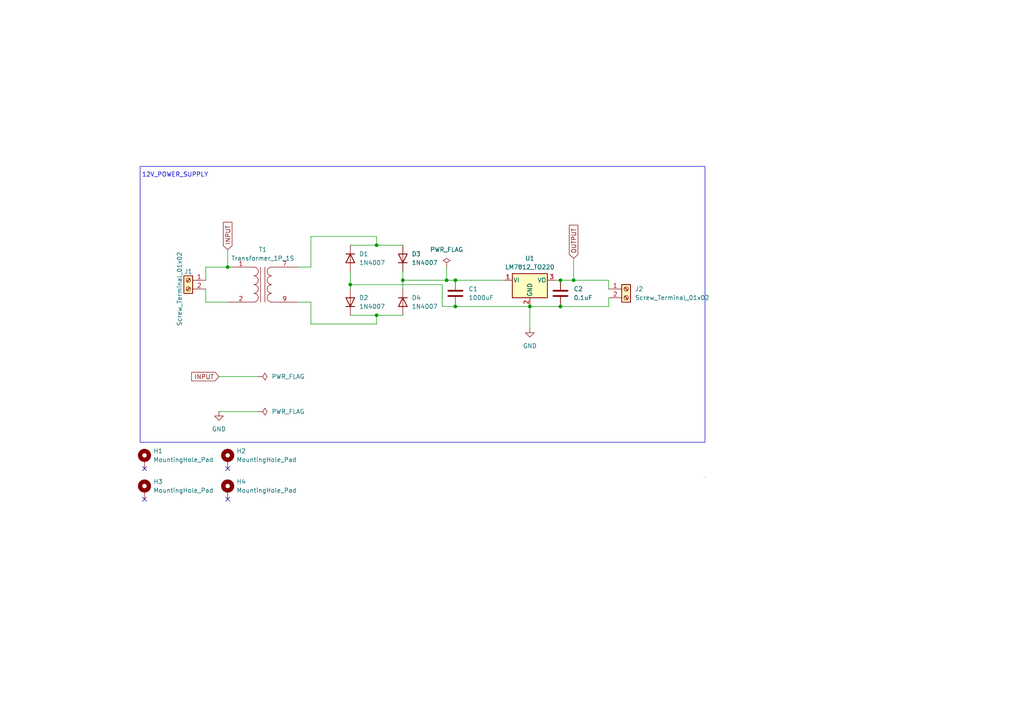
<source format=kicad_sch>
(kicad_sch
	(version 20231120)
	(generator "eeschema")
	(generator_version "8.0")
	(uuid "e1975b7f-c215-421f-b799-4a3248cbb3fb")
	(paper "A4")
	(title_block
		(title "Power_supply_12V")
		(date "06/08/2025")
	)
	(lib_symbols
		(symbol "Connector:Screw_Terminal_01x02"
			(pin_names
				(offset 1.016) hide)
			(exclude_from_sim no)
			(in_bom yes)
			(on_board yes)
			(property "Reference" "J"
				(at 0 2.54 0)
				(effects
					(font
						(size 1.27 1.27)
					)
				)
			)
			(property "Value" "Screw_Terminal_01x02"
				(at 0 -5.08 0)
				(effects
					(font
						(size 1.27 1.27)
					)
				)
			)
			(property "Footprint" ""
				(at 0 0 0)
				(effects
					(font
						(size 1.27 1.27)
					)
					(hide yes)
				)
			)
			(property "Datasheet" "~"
				(at 0 0 0)
				(effects
					(font
						(size 1.27 1.27)
					)
					(hide yes)
				)
			)
			(property "Description" "Generic screw terminal, single row, 01x02, script generated (kicad-library-utils/schlib/autogen/connector/)"
				(at 0 0 0)
				(effects
					(font
						(size 1.27 1.27)
					)
					(hide yes)
				)
			)
			(property "ki_keywords" "screw terminal"
				(at 0 0 0)
				(effects
					(font
						(size 1.27 1.27)
					)
					(hide yes)
				)
			)
			(property "ki_fp_filters" "TerminalBlock*:*"
				(at 0 0 0)
				(effects
					(font
						(size 1.27 1.27)
					)
					(hide yes)
				)
			)
			(symbol "Screw_Terminal_01x02_1_1"
				(rectangle
					(start -1.27 1.27)
					(end 1.27 -3.81)
					(stroke
						(width 0.254)
						(type default)
					)
					(fill
						(type background)
					)
				)
				(circle
					(center 0 -2.54)
					(radius 0.635)
					(stroke
						(width 0.1524)
						(type default)
					)
					(fill
						(type none)
					)
				)
				(polyline
					(pts
						(xy -0.5334 -2.2098) (xy 0.3302 -3.048)
					)
					(stroke
						(width 0.1524)
						(type default)
					)
					(fill
						(type none)
					)
				)
				(polyline
					(pts
						(xy -0.5334 0.3302) (xy 0.3302 -0.508)
					)
					(stroke
						(width 0.1524)
						(type default)
					)
					(fill
						(type none)
					)
				)
				(polyline
					(pts
						(xy -0.3556 -2.032) (xy 0.508 -2.8702)
					)
					(stroke
						(width 0.1524)
						(type default)
					)
					(fill
						(type none)
					)
				)
				(polyline
					(pts
						(xy -0.3556 0.508) (xy 0.508 -0.3302)
					)
					(stroke
						(width 0.1524)
						(type default)
					)
					(fill
						(type none)
					)
				)
				(circle
					(center 0 0)
					(radius 0.635)
					(stroke
						(width 0.1524)
						(type default)
					)
					(fill
						(type none)
					)
				)
				(pin passive line
					(at -5.08 0 0)
					(length 3.81)
					(name "Pin_1"
						(effects
							(font
								(size 1.27 1.27)
							)
						)
					)
					(number "1"
						(effects
							(font
								(size 1.27 1.27)
							)
						)
					)
				)
				(pin passive line
					(at -5.08 -2.54 0)
					(length 3.81)
					(name "Pin_2"
						(effects
							(font
								(size 1.27 1.27)
							)
						)
					)
					(number "2"
						(effects
							(font
								(size 1.27 1.27)
							)
						)
					)
				)
			)
		)
		(symbol "Device:C"
			(pin_numbers hide)
			(pin_names
				(offset 0.254)
			)
			(exclude_from_sim no)
			(in_bom yes)
			(on_board yes)
			(property "Reference" "C"
				(at 0.635 2.54 0)
				(effects
					(font
						(size 1.27 1.27)
					)
					(justify left)
				)
			)
			(property "Value" "C"
				(at 0.635 -2.54 0)
				(effects
					(font
						(size 1.27 1.27)
					)
					(justify left)
				)
			)
			(property "Footprint" ""
				(at 0.9652 -3.81 0)
				(effects
					(font
						(size 1.27 1.27)
					)
					(hide yes)
				)
			)
			(property "Datasheet" "~"
				(at 0 0 0)
				(effects
					(font
						(size 1.27 1.27)
					)
					(hide yes)
				)
			)
			(property "Description" "Unpolarized capacitor"
				(at 0 0 0)
				(effects
					(font
						(size 1.27 1.27)
					)
					(hide yes)
				)
			)
			(property "ki_keywords" "cap capacitor"
				(at 0 0 0)
				(effects
					(font
						(size 1.27 1.27)
					)
					(hide yes)
				)
			)
			(property "ki_fp_filters" "C_*"
				(at 0 0 0)
				(effects
					(font
						(size 1.27 1.27)
					)
					(hide yes)
				)
			)
			(symbol "C_0_1"
				(polyline
					(pts
						(xy -2.032 -0.762) (xy 2.032 -0.762)
					)
					(stroke
						(width 0.508)
						(type default)
					)
					(fill
						(type none)
					)
				)
				(polyline
					(pts
						(xy -2.032 0.762) (xy 2.032 0.762)
					)
					(stroke
						(width 0.508)
						(type default)
					)
					(fill
						(type none)
					)
				)
			)
			(symbol "C_1_1"
				(pin passive line
					(at 0 3.81 270)
					(length 2.794)
					(name "~"
						(effects
							(font
								(size 1.27 1.27)
							)
						)
					)
					(number "1"
						(effects
							(font
								(size 1.27 1.27)
							)
						)
					)
				)
				(pin passive line
					(at 0 -3.81 90)
					(length 2.794)
					(name "~"
						(effects
							(font
								(size 1.27 1.27)
							)
						)
					)
					(number "2"
						(effects
							(font
								(size 1.27 1.27)
							)
						)
					)
				)
			)
		)
		(symbol "Device:Transformer_1P_1S"
			(pin_names
				(offset 1.016) hide)
			(exclude_from_sim no)
			(in_bom yes)
			(on_board yes)
			(property "Reference" "T1"
				(at 0.0127 10.16 0)
				(effects
					(font
						(size 1.27 1.27)
					)
				)
			)
			(property "Value" "Transformer_1P_1S"
				(at 0.0127 7.62 0)
				(effects
					(font
						(size 1.27 1.27)
					)
				)
			)
			(property "Footprint" "Transformer_THT:Transformer_CHK_EI30-2VA_1xSec"
				(at 0 8.89 0)
				(effects
					(font
						(size 1.27 1.27)
					)
					(hide yes)
				)
			)
			(property "Datasheet" "~"
				(at 0 0 0)
				(effects
					(font
						(size 1.27 1.27)
					)
					(hide yes)
				)
			)
			(property "Description" "Transformer, single primary, single secondary"
				(at 0 -8.382 0)
				(effects
					(font
						(size 1.27 1.27)
					)
					(hide yes)
				)
			)
			(property "ki_keywords" "transformer coil magnet"
				(at 0 0 0)
				(effects
					(font
						(size 1.27 1.27)
					)
					(hide yes)
				)
			)
			(symbol "Transformer_1P_1S_0_1"
				(arc
					(start -2.54 -5.0546)
					(mid -1.6599 -4.6901)
					(end -1.27 -3.81)
					(stroke
						(width 0)
						(type default)
					)
					(fill
						(type none)
					)
				)
				(arc
					(start -2.54 -2.5146)
					(mid -1.6599 -2.1501)
					(end -1.27 -1.27)
					(stroke
						(width 0)
						(type default)
					)
					(fill
						(type none)
					)
				)
				(arc
					(start -2.54 0.0254)
					(mid -1.6599 0.3899)
					(end -1.27 1.27)
					(stroke
						(width 0)
						(type default)
					)
					(fill
						(type none)
					)
				)
				(arc
					(start -2.54 2.5654)
					(mid -1.6599 2.9299)
					(end -1.27 3.81)
					(stroke
						(width 0)
						(type default)
					)
					(fill
						(type none)
					)
				)
				(arc
					(start -1.27 -3.81)
					(mid -1.642 -2.912)
					(end -2.54 -2.54)
					(stroke
						(width 0)
						(type default)
					)
					(fill
						(type none)
					)
				)
				(arc
					(start -1.27 -1.27)
					(mid -1.642 -0.372)
					(end -2.54 0)
					(stroke
						(width 0)
						(type default)
					)
					(fill
						(type none)
					)
				)
				(arc
					(start -1.27 1.27)
					(mid -1.642 2.168)
					(end -2.54 2.54)
					(stroke
						(width 0)
						(type default)
					)
					(fill
						(type none)
					)
				)
				(arc
					(start -1.27 3.81)
					(mid -1.642 4.708)
					(end -2.54 5.08)
					(stroke
						(width 0)
						(type default)
					)
					(fill
						(type none)
					)
				)
				(polyline
					(pts
						(xy -0.635 5.08) (xy -0.635 -5.08)
					)
					(stroke
						(width 0)
						(type default)
					)
					(fill
						(type none)
					)
				)
				(polyline
					(pts
						(xy 0.635 -5.08) (xy 0.635 5.08)
					)
					(stroke
						(width 0)
						(type default)
					)
					(fill
						(type none)
					)
				)
				(arc
					(start 1.2954 -1.27)
					(mid 1.6599 -2.1501)
					(end 2.54 -2.5146)
					(stroke
						(width 0)
						(type default)
					)
					(fill
						(type none)
					)
				)
				(arc
					(start 1.2954 1.27)
					(mid 1.6599 0.3899)
					(end 2.54 0.0254)
					(stroke
						(width 0)
						(type default)
					)
					(fill
						(type none)
					)
				)
				(arc
					(start 1.2954 3.81)
					(mid 1.6599 2.9299)
					(end 2.54 2.5654)
					(stroke
						(width 0)
						(type default)
					)
					(fill
						(type none)
					)
				)
				(arc
					(start 1.3208 -3.81)
					(mid 1.6853 -4.6901)
					(end 2.5654 -5.0546)
					(stroke
						(width 0)
						(type default)
					)
					(fill
						(type none)
					)
				)
				(arc
					(start 2.54 0)
					(mid 1.642 -0.372)
					(end 1.2954 -1.27)
					(stroke
						(width 0)
						(type default)
					)
					(fill
						(type none)
					)
				)
				(arc
					(start 2.54 2.54)
					(mid 1.642 2.168)
					(end 1.2954 1.27)
					(stroke
						(width 0)
						(type default)
					)
					(fill
						(type none)
					)
				)
				(arc
					(start 2.54 5.08)
					(mid 1.642 4.708)
					(end 1.2954 3.81)
					(stroke
						(width 0)
						(type default)
					)
					(fill
						(type none)
					)
				)
				(arc
					(start 2.5654 -2.54)
					(mid 1.6674 -2.912)
					(end 1.3208 -3.81)
					(stroke
						(width 0)
						(type default)
					)
					(fill
						(type none)
					)
				)
			)
			(symbol "Transformer_1P_1S_1_1"
				(pin passive line
					(at -10.16 5.08 0)
					(length 7.62)
					(name "AA"
						(effects
							(font
								(size 1.27 1.27)
							)
						)
					)
					(number "1"
						(effects
							(font
								(size 1.27 1.27)
							)
						)
					)
				)
				(pin passive line
					(at -10.16 -5.08 0)
					(length 7.62)
					(name "AB"
						(effects
							(font
								(size 1.27 1.27)
							)
						)
					)
					(number "2"
						(effects
							(font
								(size 1.27 1.27)
							)
						)
					)
				)
				(pin passive line
					(at 10.16 5.08 180)
					(length 7.62)
					(name "SB"
						(effects
							(font
								(size 1.27 1.27)
							)
						)
					)
					(number "7"
						(effects
							(font
								(size 1.27 1.27)
							)
						)
					)
				)
				(pin passive line
					(at 10.16 -5.08 180)
					(length 7.62)
					(name "SA"
						(effects
							(font
								(size 1.27 1.27)
							)
						)
					)
					(number "9"
						(effects
							(font
								(size 1.27 1.27)
							)
						)
					)
				)
			)
		)
		(symbol "Diode:1N4007"
			(pin_numbers hide)
			(pin_names hide)
			(exclude_from_sim no)
			(in_bom yes)
			(on_board yes)
			(property "Reference" "D"
				(at 0 2.54 0)
				(effects
					(font
						(size 1.27 1.27)
					)
				)
			)
			(property "Value" "1N4007"
				(at 0 -2.54 0)
				(effects
					(font
						(size 1.27 1.27)
					)
				)
			)
			(property "Footprint" "Diode_THT:D_DO-41_SOD81_P10.16mm_Horizontal"
				(at 0 -4.445 0)
				(effects
					(font
						(size 1.27 1.27)
					)
					(hide yes)
				)
			)
			(property "Datasheet" "http://www.vishay.com/docs/88503/1n4001.pdf"
				(at 0 0 0)
				(effects
					(font
						(size 1.27 1.27)
					)
					(hide yes)
				)
			)
			(property "Description" "1000V 1A General Purpose Rectifier Diode, DO-41"
				(at 0 0 0)
				(effects
					(font
						(size 1.27 1.27)
					)
					(hide yes)
				)
			)
			(property "Sim.Device" "D"
				(at 0 0 0)
				(effects
					(font
						(size 1.27 1.27)
					)
					(hide yes)
				)
			)
			(property "Sim.Pins" "1=K 2=A"
				(at 0 0 0)
				(effects
					(font
						(size 1.27 1.27)
					)
					(hide yes)
				)
			)
			(property "ki_keywords" "diode"
				(at 0 0 0)
				(effects
					(font
						(size 1.27 1.27)
					)
					(hide yes)
				)
			)
			(property "ki_fp_filters" "D*DO?41*"
				(at 0 0 0)
				(effects
					(font
						(size 1.27 1.27)
					)
					(hide yes)
				)
			)
			(symbol "1N4007_0_1"
				(polyline
					(pts
						(xy -1.27 1.27) (xy -1.27 -1.27)
					)
					(stroke
						(width 0.254)
						(type default)
					)
					(fill
						(type none)
					)
				)
				(polyline
					(pts
						(xy 1.27 0) (xy -1.27 0)
					)
					(stroke
						(width 0)
						(type default)
					)
					(fill
						(type none)
					)
				)
				(polyline
					(pts
						(xy 1.27 1.27) (xy 1.27 -1.27) (xy -1.27 0) (xy 1.27 1.27)
					)
					(stroke
						(width 0.254)
						(type default)
					)
					(fill
						(type none)
					)
				)
			)
			(symbol "1N4007_1_1"
				(pin passive line
					(at -3.81 0 0)
					(length 2.54)
					(name "K"
						(effects
							(font
								(size 1.27 1.27)
							)
						)
					)
					(number "1"
						(effects
							(font
								(size 1.27 1.27)
							)
						)
					)
				)
				(pin passive line
					(at 3.81 0 180)
					(length 2.54)
					(name "A"
						(effects
							(font
								(size 1.27 1.27)
							)
						)
					)
					(number "2"
						(effects
							(font
								(size 1.27 1.27)
							)
						)
					)
				)
			)
		)
		(symbol "Mechanical:MountingHole_Pad"
			(pin_numbers hide)
			(pin_names
				(offset 1.016) hide)
			(exclude_from_sim yes)
			(in_bom no)
			(on_board yes)
			(property "Reference" "H"
				(at 0 6.35 0)
				(effects
					(font
						(size 1.27 1.27)
					)
				)
			)
			(property "Value" "MountingHole_Pad"
				(at 0 4.445 0)
				(effects
					(font
						(size 1.27 1.27)
					)
				)
			)
			(property "Footprint" ""
				(at 0 0 0)
				(effects
					(font
						(size 1.27 1.27)
					)
					(hide yes)
				)
			)
			(property "Datasheet" "~"
				(at 0 0 0)
				(effects
					(font
						(size 1.27 1.27)
					)
					(hide yes)
				)
			)
			(property "Description" "Mounting Hole with connection"
				(at 0 0 0)
				(effects
					(font
						(size 1.27 1.27)
					)
					(hide yes)
				)
			)
			(property "ki_keywords" "mounting hole"
				(at 0 0 0)
				(effects
					(font
						(size 1.27 1.27)
					)
					(hide yes)
				)
			)
			(property "ki_fp_filters" "MountingHole*Pad*"
				(at 0 0 0)
				(effects
					(font
						(size 1.27 1.27)
					)
					(hide yes)
				)
			)
			(symbol "MountingHole_Pad_0_1"
				(circle
					(center 0 1.27)
					(radius 1.27)
					(stroke
						(width 1.27)
						(type default)
					)
					(fill
						(type none)
					)
				)
			)
			(symbol "MountingHole_Pad_1_1"
				(pin input line
					(at 0 -2.54 90)
					(length 2.54)
					(name "1"
						(effects
							(font
								(size 1.27 1.27)
							)
						)
					)
					(number "1"
						(effects
							(font
								(size 1.27 1.27)
							)
						)
					)
				)
			)
		)
		(symbol "Regulator_Linear:LM7812_TO220"
			(pin_names
				(offset 0.254)
			)
			(exclude_from_sim no)
			(in_bom yes)
			(on_board yes)
			(property "Reference" "U"
				(at -3.81 3.175 0)
				(effects
					(font
						(size 1.27 1.27)
					)
				)
			)
			(property "Value" "LM7812_TO220"
				(at 0 3.175 0)
				(effects
					(font
						(size 1.27 1.27)
					)
					(justify left)
				)
			)
			(property "Footprint" "Package_TO_SOT_THT:TO-220-3_Vertical"
				(at 0 5.715 0)
				(effects
					(font
						(size 1.27 1.27)
						(italic yes)
					)
					(hide yes)
				)
			)
			(property "Datasheet" "https://www.onsemi.cn/PowerSolutions/document/MC7800-D.PDF"
				(at 0 -1.27 0)
				(effects
					(font
						(size 1.27 1.27)
					)
					(hide yes)
				)
			)
			(property "Description" "Positive 1A 35V Linear Regulator, Fixed Output 12V, TO-220"
				(at 0 0 0)
				(effects
					(font
						(size 1.27 1.27)
					)
					(hide yes)
				)
			)
			(property "ki_keywords" "Voltage Regulator 1A Positive"
				(at 0 0 0)
				(effects
					(font
						(size 1.27 1.27)
					)
					(hide yes)
				)
			)
			(property "ki_fp_filters" "TO?220*"
				(at 0 0 0)
				(effects
					(font
						(size 1.27 1.27)
					)
					(hide yes)
				)
			)
			(symbol "LM7812_TO220_0_1"
				(rectangle
					(start -5.08 1.905)
					(end 5.08 -5.08)
					(stroke
						(width 0.254)
						(type default)
					)
					(fill
						(type background)
					)
				)
			)
			(symbol "LM7812_TO220_1_1"
				(pin power_in line
					(at -7.62 0 0)
					(length 2.54)
					(name "VI"
						(effects
							(font
								(size 1.27 1.27)
							)
						)
					)
					(number "1"
						(effects
							(font
								(size 1.27 1.27)
							)
						)
					)
				)
				(pin power_in line
					(at 0 -7.62 90)
					(length 2.54)
					(name "GND"
						(effects
							(font
								(size 1.27 1.27)
							)
						)
					)
					(number "2"
						(effects
							(font
								(size 1.27 1.27)
							)
						)
					)
				)
				(pin power_out line
					(at 7.62 0 180)
					(length 2.54)
					(name "VO"
						(effects
							(font
								(size 1.27 1.27)
							)
						)
					)
					(number "3"
						(effects
							(font
								(size 1.27 1.27)
							)
						)
					)
				)
			)
		)
		(symbol "power:GND"
			(power)
			(pin_numbers hide)
			(pin_names
				(offset 0) hide)
			(exclude_from_sim no)
			(in_bom yes)
			(on_board yes)
			(property "Reference" "#PWR"
				(at 0 -6.35 0)
				(effects
					(font
						(size 1.27 1.27)
					)
					(hide yes)
				)
			)
			(property "Value" "GND"
				(at 0 -3.81 0)
				(effects
					(font
						(size 1.27 1.27)
					)
				)
			)
			(property "Footprint" ""
				(at 0 0 0)
				(effects
					(font
						(size 1.27 1.27)
					)
					(hide yes)
				)
			)
			(property "Datasheet" ""
				(at 0 0 0)
				(effects
					(font
						(size 1.27 1.27)
					)
					(hide yes)
				)
			)
			(property "Description" "Power symbol creates a global label with name \"GND\" , ground"
				(at 0 0 0)
				(effects
					(font
						(size 1.27 1.27)
					)
					(hide yes)
				)
			)
			(property "ki_keywords" "global power"
				(at 0 0 0)
				(effects
					(font
						(size 1.27 1.27)
					)
					(hide yes)
				)
			)
			(symbol "GND_0_1"
				(polyline
					(pts
						(xy 0 0) (xy 0 -1.27) (xy 1.27 -1.27) (xy 0 -2.54) (xy -1.27 -1.27) (xy 0 -1.27)
					)
					(stroke
						(width 0)
						(type default)
					)
					(fill
						(type none)
					)
				)
			)
			(symbol "GND_1_1"
				(pin power_in line
					(at 0 0 270)
					(length 0)
					(name "~"
						(effects
							(font
								(size 1.27 1.27)
							)
						)
					)
					(number "1"
						(effects
							(font
								(size 1.27 1.27)
							)
						)
					)
				)
			)
		)
		(symbol "power:PWR_FLAG"
			(power)
			(pin_numbers hide)
			(pin_names
				(offset 0) hide)
			(exclude_from_sim no)
			(in_bom yes)
			(on_board yes)
			(property "Reference" "#FLG"
				(at 0 1.905 0)
				(effects
					(font
						(size 1.27 1.27)
					)
					(hide yes)
				)
			)
			(property "Value" "PWR_FLAG"
				(at 0 3.81 0)
				(effects
					(font
						(size 1.27 1.27)
					)
				)
			)
			(property "Footprint" ""
				(at 0 0 0)
				(effects
					(font
						(size 1.27 1.27)
					)
					(hide yes)
				)
			)
			(property "Datasheet" "~"
				(at 0 0 0)
				(effects
					(font
						(size 1.27 1.27)
					)
					(hide yes)
				)
			)
			(property "Description" "Special symbol for telling ERC where power comes from"
				(at 0 0 0)
				(effects
					(font
						(size 1.27 1.27)
					)
					(hide yes)
				)
			)
			(property "ki_keywords" "flag power"
				(at 0 0 0)
				(effects
					(font
						(size 1.27 1.27)
					)
					(hide yes)
				)
			)
			(symbol "PWR_FLAG_0_0"
				(pin power_out line
					(at 0 0 90)
					(length 0)
					(name "~"
						(effects
							(font
								(size 1.27 1.27)
							)
						)
					)
					(number "1"
						(effects
							(font
								(size 1.27 1.27)
							)
						)
					)
				)
			)
			(symbol "PWR_FLAG_0_1"
				(polyline
					(pts
						(xy 0 0) (xy 0 1.27) (xy -1.016 1.905) (xy 0 2.54) (xy 1.016 1.905) (xy 0 1.27)
					)
					(stroke
						(width 0)
						(type default)
					)
					(fill
						(type none)
					)
				)
			)
		)
	)
	(junction
		(at 162.56 88.9)
		(diameter 0)
		(color 0 0 0 0)
		(uuid "0c0aee0f-e465-427c-8a9f-c5c6f84a118d")
	)
	(junction
		(at 116.84 81.28)
		(diameter 0)
		(color 0 0 0 0)
		(uuid "3d37d906-5f44-4454-8516-e4a174f8e963")
	)
	(junction
		(at 162.56 81.28)
		(diameter 0)
		(color 0 0 0 0)
		(uuid "5903913d-844f-41f9-8cfb-320758d27581")
	)
	(junction
		(at 66.04 77.47)
		(diameter 0)
		(color 0 0 0 0)
		(uuid "62607184-3058-43f0-8878-827dcdcbd90b")
	)
	(junction
		(at 109.22 91.44)
		(diameter 0)
		(color 0 0 0 0)
		(uuid "6dafa636-d42b-4f91-86c2-f588737789a5")
	)
	(junction
		(at 132.08 88.9)
		(diameter 0)
		(color 0 0 0 0)
		(uuid "9db1b031-4047-46ca-8e84-5d51b45d55e2")
	)
	(junction
		(at 129.54 81.28)
		(diameter 0)
		(color 0 0 0 0)
		(uuid "ab6074de-bc6d-4247-93d1-e1cb943d58b3")
	)
	(junction
		(at 132.08 81.28)
		(diameter 0)
		(color 0 0 0 0)
		(uuid "adb485dd-cb3a-454e-a47c-6b1b81d328e9")
	)
	(junction
		(at 166.37 81.28)
		(diameter 0)
		(color 0 0 0 0)
		(uuid "b7d1ea11-df49-476c-99a6-60ce662de01f")
	)
	(junction
		(at 109.22 71.12)
		(diameter 0)
		(color 0 0 0 0)
		(uuid "c4b3829e-395c-49e3-97ed-c569a891b995")
	)
	(junction
		(at 153.67 88.9)
		(diameter 0)
		(color 0 0 0 0)
		(uuid "cf5baa96-baf1-4946-949a-e610e713c82f")
	)
	(junction
		(at 101.6 82.55)
		(diameter 0)
		(color 0 0 0 0)
		(uuid "e0a6ecbd-c1f5-41bf-96b5-42e59891a1dd")
	)
	(no_connect
		(at 41.91 135.89)
		(uuid "48f30ae7-2c18-40d8-9296-646a82b0b0f3")
	)
	(no_connect
		(at 66.04 135.89)
		(uuid "7d5f3edb-8d25-425e-8a63-460bd50c82ce")
	)
	(no_connect
		(at 41.91 144.78)
		(uuid "9a52226c-e85d-4f7e-8d39-865361d89102")
	)
	(no_connect
		(at 66.04 144.78)
		(uuid "f4ba8e4b-d477-4de9-9268-f9203a08671d")
	)
	(wire
		(pts
			(xy 101.6 78.74) (xy 101.6 82.55)
		)
		(stroke
			(width 0)
			(type default)
		)
		(uuid "036404f6-416f-4d4c-9eb0-5fc28d1815bf")
	)
	(wire
		(pts
			(xy 162.56 81.28) (xy 166.37 81.28)
		)
		(stroke
			(width 0)
			(type default)
		)
		(uuid "097d6d52-09c6-40b1-a2e5-af04e8148726")
	)
	(wire
		(pts
			(xy 153.67 88.9) (xy 153.67 95.25)
		)
		(stroke
			(width 0)
			(type default)
		)
		(uuid "0efc5409-be84-4b8f-bf5b-1ed2f19d0509")
	)
	(wire
		(pts
			(xy 63.5 109.22) (xy 74.93 109.22)
		)
		(stroke
			(width 0)
			(type default)
		)
		(uuid "123ee610-37ef-405f-9a3c-28826da30b73")
	)
	(wire
		(pts
			(xy 116.84 81.28) (xy 116.84 83.82)
		)
		(stroke
			(width 0)
			(type default)
		)
		(uuid "14709eea-cfd7-4da8-b3bd-c5b8d5784838")
	)
	(wire
		(pts
			(xy 153.67 88.9) (xy 162.56 88.9)
		)
		(stroke
			(width 0)
			(type default)
		)
		(uuid "16f80f8a-0511-4106-aee1-cea2bb14a46d")
	)
	(wire
		(pts
			(xy 101.6 82.55) (xy 101.6 83.82)
		)
		(stroke
			(width 0)
			(type default)
		)
		(uuid "20030ab7-8519-45ec-bc38-7705ff7bcf71")
	)
	(wire
		(pts
			(xy 109.22 71.12) (xy 116.84 71.12)
		)
		(stroke
			(width 0)
			(type default)
		)
		(uuid "28b9163f-da8a-4c04-8796-f29beca36cfa")
	)
	(wire
		(pts
			(xy 90.17 77.47) (xy 90.17 68.58)
		)
		(stroke
			(width 0)
			(type default)
		)
		(uuid "29c0082b-232d-4072-a788-b278a551737a")
	)
	(wire
		(pts
			(xy 86.36 87.63) (xy 90.17 87.63)
		)
		(stroke
			(width 0)
			(type default)
		)
		(uuid "2a65e435-0bda-4bc1-80d8-c647c6bf6de1")
	)
	(wire
		(pts
			(xy 166.37 74.93) (xy 166.37 81.28)
		)
		(stroke
			(width 0)
			(type default)
		)
		(uuid "2b832511-ec22-4dfe-af7f-3f1982f23580")
	)
	(wire
		(pts
			(xy 66.04 77.47) (xy 59.69 77.47)
		)
		(stroke
			(width 0)
			(type default)
		)
		(uuid "3868d409-0414-4aa1-a1ab-d52816f3100a")
	)
	(wire
		(pts
			(xy 109.22 93.98) (xy 109.22 91.44)
		)
		(stroke
			(width 0)
			(type default)
		)
		(uuid "3ef09b66-ef65-405a-9651-665dc75804ae")
	)
	(wire
		(pts
			(xy 90.17 68.58) (xy 109.22 68.58)
		)
		(stroke
			(width 0)
			(type default)
		)
		(uuid "49166776-f133-4c39-8f8d-59378f7057f1")
	)
	(wire
		(pts
			(xy 59.69 77.47) (xy 59.69 81.28)
		)
		(stroke
			(width 0)
			(type default)
		)
		(uuid "53b3e3a9-d065-4364-8418-58bae6772968")
	)
	(wire
		(pts
			(xy 109.22 91.44) (xy 116.84 91.44)
		)
		(stroke
			(width 0)
			(type default)
		)
		(uuid "5612f122-071d-4d3c-86fe-aa869e1b378f")
	)
	(wire
		(pts
			(xy 116.84 78.74) (xy 116.84 81.28)
		)
		(stroke
			(width 0)
			(type default)
		)
		(uuid "5a4edb8f-56b0-46a5-864b-a6c5f54562e5")
	)
	(wire
		(pts
			(xy 63.5 119.38) (xy 74.93 119.38)
		)
		(stroke
			(width 0)
			(type default)
		)
		(uuid "5ee6e1b4-bbb2-4e1d-bfb4-d7d3eaa4ea87")
	)
	(wire
		(pts
			(xy 59.69 87.63) (xy 66.04 87.63)
		)
		(stroke
			(width 0)
			(type default)
		)
		(uuid "5f8cb9be-7f7c-491e-b8a2-4ab5c7cdb9cf")
	)
	(wire
		(pts
			(xy 101.6 82.55) (xy 128.27 82.55)
		)
		(stroke
			(width 0)
			(type default)
		)
		(uuid "63a68831-d0ad-4ba5-99d6-4353fcded522")
	)
	(wire
		(pts
			(xy 101.6 91.44) (xy 109.22 91.44)
		)
		(stroke
			(width 0)
			(type default)
		)
		(uuid "712d26b8-33f6-4322-8dbc-c4b29e934708")
	)
	(wire
		(pts
			(xy 132.08 88.9) (xy 153.67 88.9)
		)
		(stroke
			(width 0)
			(type default)
		)
		(uuid "714c1406-e70b-45f6-9628-3dcfab945d6b")
	)
	(wire
		(pts
			(xy 176.53 81.28) (xy 166.37 81.28)
		)
		(stroke
			(width 0)
			(type default)
		)
		(uuid "779ed65e-bd5d-4105-b74b-9f073a1527ba")
	)
	(wire
		(pts
			(xy 129.54 77.47) (xy 129.54 81.28)
		)
		(stroke
			(width 0)
			(type default)
		)
		(uuid "797d2d91-eeec-407f-b659-bbf8b0bf25e2")
	)
	(wire
		(pts
			(xy 90.17 87.63) (xy 90.17 93.98)
		)
		(stroke
			(width 0)
			(type default)
		)
		(uuid "7eaf3417-b884-4b29-a38f-b45c9335a218")
	)
	(wire
		(pts
			(xy 129.54 81.28) (xy 132.08 81.28)
		)
		(stroke
			(width 0)
			(type default)
		)
		(uuid "873371a4-89fa-4266-b795-2e0a952dac5b")
	)
	(wire
		(pts
			(xy 59.69 83.82) (xy 59.69 87.63)
		)
		(stroke
			(width 0)
			(type default)
		)
		(uuid "884033c1-d929-42c5-9dac-7888b829dac9")
	)
	(wire
		(pts
			(xy 66.04 72.39) (xy 66.04 77.47)
		)
		(stroke
			(width 0)
			(type default)
		)
		(uuid "8d46f897-076a-4c8d-85df-8382ffd2e570")
	)
	(wire
		(pts
			(xy 116.84 81.28) (xy 129.54 81.28)
		)
		(stroke
			(width 0)
			(type default)
		)
		(uuid "9b7204c6-8674-4791-9dbf-fa0b28299899")
	)
	(wire
		(pts
			(xy 161.29 81.28) (xy 162.56 81.28)
		)
		(stroke
			(width 0)
			(type default)
		)
		(uuid "9d610724-6c50-419b-9450-5c683e104ebe")
	)
	(wire
		(pts
			(xy 132.08 81.28) (xy 146.05 81.28)
		)
		(stroke
			(width 0)
			(type default)
		)
		(uuid "be30341e-0801-42a5-8678-1d0305cfab62")
	)
	(wire
		(pts
			(xy 176.53 86.36) (xy 176.53 88.9)
		)
		(stroke
			(width 0)
			(type default)
		)
		(uuid "ccb56aa8-0abd-4a11-bdb0-6b93ef594888")
	)
	(wire
		(pts
			(xy 90.17 93.98) (xy 109.22 93.98)
		)
		(stroke
			(width 0)
			(type default)
		)
		(uuid "d7ffeeef-881a-460f-a12c-cf34e48cbeb7")
	)
	(wire
		(pts
			(xy 176.53 83.82) (xy 176.53 81.28)
		)
		(stroke
			(width 0)
			(type default)
		)
		(uuid "dc3655ee-811b-4f93-b9a0-eb4f075003a5")
	)
	(wire
		(pts
			(xy 101.6 71.12) (xy 109.22 71.12)
		)
		(stroke
			(width 0)
			(type default)
		)
		(uuid "e097b6f9-a4f9-4ad4-8b07-dd98c5e6e446")
	)
	(wire
		(pts
			(xy 162.56 88.9) (xy 176.53 88.9)
		)
		(stroke
			(width 0)
			(type default)
		)
		(uuid "e19102eb-e073-4849-9545-fdb658901b49")
	)
	(wire
		(pts
			(xy 128.27 82.55) (xy 128.27 88.9)
		)
		(stroke
			(width 0)
			(type default)
		)
		(uuid "e8e0e3f6-5047-4dfa-96c6-021207ac368b")
	)
	(wire
		(pts
			(xy 109.22 68.58) (xy 109.22 71.12)
		)
		(stroke
			(width 0)
			(type default)
		)
		(uuid "f07c9267-2864-482d-b3ac-3cfb6344fa9d")
	)
	(wire
		(pts
			(xy 86.36 77.47) (xy 90.17 77.47)
		)
		(stroke
			(width 0)
			(type default)
		)
		(uuid "f48e84e5-e5db-4d36-b593-60dc3c5358cc")
	)
	(wire
		(pts
			(xy 128.27 88.9) (xy 132.08 88.9)
		)
		(stroke
			(width 0)
			(type default)
		)
		(uuid "f5386939-c29f-494c-a609-af755e2c7263")
	)
	(rectangle
		(start 204.47 138.43)
		(end 204.47 138.43)
		(stroke
			(width 0)
			(type default)
		)
		(fill
			(type none)
		)
		(uuid 4854fba8-9b89-4c2a-9747-c390696b161c)
	)
	(rectangle
		(start 40.64 48.26)
		(end 204.47 128.27)
		(stroke
			(width 0)
			(type default)
		)
		(fill
			(type none)
		)
		(uuid 6c987ed9-ce2b-463b-892a-9cb58264363f)
	)
	(text "12V_POWER_SUPPLY"
		(exclude_from_sim no)
		(at 50.8 50.8 0)
		(effects
			(font
				(size 1.27 1.27)
			)
		)
		(uuid "d7a07d9b-faff-4763-8903-ddf303e62f29")
	)
	(global_label "INPUT"
		(shape input)
		(at 63.5 109.22 180)
		(fields_autoplaced yes)
		(effects
			(font
				(size 1.27 1.27)
			)
			(justify right)
		)
		(uuid "3809184e-e2e0-4a0a-8980-f646afb08ba4")
		(property "Intersheetrefs" "${INTERSHEET_REFS}"
			(at 55.0114 109.22 0)
			(effects
				(font
					(size 1.27 1.27)
				)
				(justify right)
				(hide yes)
			)
		)
	)
	(global_label "OUTPUT"
		(shape input)
		(at 166.37 74.93 90)
		(fields_autoplaced yes)
		(effects
			(font
				(size 1.27 1.27)
			)
			(justify left)
		)
		(uuid "8ef2988f-b98d-45f3-a5ce-d2fd729c53b1")
		(property "Intersheetrefs" "${INTERSHEET_REFS}"
			(at 166.37 64.7481 90)
			(effects
				(font
					(size 1.27 1.27)
				)
				(justify left)
				(hide yes)
			)
		)
	)
	(global_label "INPUT"
		(shape input)
		(at 66.04 72.39 90)
		(fields_autoplaced yes)
		(effects
			(font
				(size 1.27 1.27)
			)
			(justify left)
		)
		(uuid "c6087d7c-8d94-4dda-b150-acdaec0e8161")
		(property "Intersheetrefs" "${INTERSHEET_REFS}"
			(at 66.04 63.9014 90)
			(effects
				(font
					(size 1.27 1.27)
				)
				(justify left)
				(hide yes)
			)
		)
	)
	(symbol
		(lib_id "Device:Transformer_1P_1S")
		(at 76.2 82.55 0)
		(unit 1)
		(exclude_from_sim no)
		(in_bom yes)
		(on_board yes)
		(dnp no)
		(fields_autoplaced yes)
		(uuid "0da8da5c-d148-4f99-b860-ff7835977230")
		(property "Reference" "T1"
			(at 76.2127 72.39 0)
			(effects
				(font
					(size 1.27 1.27)
				)
			)
		)
		(property "Value" "Transformer_1P_1S"
			(at 76.2127 74.93 0)
			(effects
				(font
					(size 1.27 1.27)
				)
			)
		)
		(property "Footprint" "Transformer_THT:Transformer_CHK_EI30-2VA_1xSec"
			(at 76.2 73.66 0)
			(effects
				(font
					(size 1.27 1.27)
				)
				(hide yes)
			)
		)
		(property "Datasheet" "~"
			(at 76.2 82.55 0)
			(effects
				(font
					(size 1.27 1.27)
				)
				(hide yes)
			)
		)
		(property "Description" "Transformer, single primary, single secondary"
			(at 76.2 90.932 0)
			(effects
				(font
					(size 1.27 1.27)
				)
				(hide yes)
			)
		)
		(pin "1"
			(uuid "45f9bcd0-3db7-499f-aebf-0eb1b034a2fc")
		)
		(pin "2"
			(uuid "fa853064-0bc6-4923-82e2-8429374aa531")
		)
		(pin "9"
			(uuid "ae634564-ea6f-4c16-9f21-fad20e92d632")
		)
		(pin "7"
			(uuid "be9ab9b5-d827-41aa-bc12-d8188a71152c")
		)
		(instances
			(project ""
				(path "/e1975b7f-c215-421f-b799-4a3248cbb3fb"
					(reference "T1")
					(unit 1)
				)
			)
		)
	)
	(symbol
		(lib_id "Diode:1N4007")
		(at 116.84 87.63 270)
		(unit 1)
		(exclude_from_sim no)
		(in_bom yes)
		(on_board yes)
		(dnp no)
		(fields_autoplaced yes)
		(uuid "17842301-4c69-4e0c-ba34-428fb3bc7c21")
		(property "Reference" "D4"
			(at 119.38 86.3599 90)
			(effects
				(font
					(size 1.27 1.27)
				)
				(justify left)
			)
		)
		(property "Value" "1N4007"
			(at 119.38 88.8999 90)
			(effects
				(font
					(size 1.27 1.27)
				)
				(justify left)
			)
		)
		(property "Footprint" "Diode_THT:D_DO-41_SOD81_P10.16mm_Horizontal"
			(at 112.395 87.63 0)
			(effects
				(font
					(size 1.27 1.27)
				)
				(hide yes)
			)
		)
		(property "Datasheet" "http://www.vishay.com/docs/88503/1n4001.pdf"
			(at 116.84 87.63 0)
			(effects
				(font
					(size 1.27 1.27)
				)
				(hide yes)
			)
		)
		(property "Description" "1000V 1A General Purpose Rectifier Diode, DO-41"
			(at 116.84 87.63 0)
			(effects
				(font
					(size 1.27 1.27)
				)
				(hide yes)
			)
		)
		(property "Sim.Device" "D"
			(at 116.84 87.63 0)
			(effects
				(font
					(size 1.27 1.27)
				)
				(hide yes)
			)
		)
		(property "Sim.Pins" "1=K 2=A"
			(at 116.84 87.63 0)
			(effects
				(font
					(size 1.27 1.27)
				)
				(hide yes)
			)
		)
		(pin "2"
			(uuid "e18a3084-7eff-4f20-999a-e396a7dd1d34")
		)
		(pin "1"
			(uuid "1aaa1cce-839c-4dc8-a224-b6cf8bb39cdf")
		)
		(instances
			(project "Power_Supply"
				(path "/e1975b7f-c215-421f-b799-4a3248cbb3fb"
					(reference "D4")
					(unit 1)
				)
			)
		)
	)
	(symbol
		(lib_id "Device:C")
		(at 162.56 85.09 0)
		(unit 1)
		(exclude_from_sim no)
		(in_bom yes)
		(on_board yes)
		(dnp no)
		(fields_autoplaced yes)
		(uuid "1e8bdf4d-1278-49f5-8825-15c59d0a73e8")
		(property "Reference" "C2"
			(at 166.37 83.8199 0)
			(effects
				(font
					(size 1.27 1.27)
				)
				(justify left)
			)
		)
		(property "Value" "0.1uF"
			(at 166.37 86.3599 0)
			(effects
				(font
					(size 1.27 1.27)
				)
				(justify left)
			)
		)
		(property "Footprint" "Capacitor_SMD:C_1206_3216Metric"
			(at 163.5252 88.9 0)
			(effects
				(font
					(size 1.27 1.27)
				)
				(hide yes)
			)
		)
		(property "Datasheet" "~"
			(at 162.56 85.09 0)
			(effects
				(font
					(size 1.27 1.27)
				)
				(hide yes)
			)
		)
		(property "Description" "Unpolarized capacitor"
			(at 162.56 85.09 0)
			(effects
				(font
					(size 1.27 1.27)
				)
				(hide yes)
			)
		)
		(pin "1"
			(uuid "3ffc63ce-44eb-4e34-ab46-a227c6c4b87e")
		)
		(pin "2"
			(uuid "e7850200-0a54-493d-84c7-0c4d628f760a")
		)
		(instances
			(project ""
				(path "/e1975b7f-c215-421f-b799-4a3248cbb3fb"
					(reference "C2")
					(unit 1)
				)
			)
		)
	)
	(symbol
		(lib_id "Regulator_Linear:LM7812_TO220")
		(at 153.67 81.28 0)
		(unit 1)
		(exclude_from_sim no)
		(in_bom yes)
		(on_board yes)
		(dnp no)
		(fields_autoplaced yes)
		(uuid "2e6c4cae-72b2-49b1-b1ba-073964622901")
		(property "Reference" "U1"
			(at 153.67 74.93 0)
			(effects
				(font
					(size 1.27 1.27)
				)
			)
		)
		(property "Value" "LM7812_TO220"
			(at 153.67 77.47 0)
			(effects
				(font
					(size 1.27 1.27)
				)
			)
		)
		(property "Footprint" "Package_TO_SOT_THT:TO-220-3_Vertical"
			(at 153.67 75.565 0)
			(effects
				(font
					(size 1.27 1.27)
					(italic yes)
				)
				(hide yes)
			)
		)
		(property "Datasheet" "https://www.onsemi.cn/PowerSolutions/document/MC7800-D.PDF"
			(at 153.67 82.55 0)
			(effects
				(font
					(size 1.27 1.27)
				)
				(hide yes)
			)
		)
		(property "Description" "Positive 1A 35V Linear Regulator, Fixed Output 12V, TO-220"
			(at 153.67 81.28 0)
			(effects
				(font
					(size 1.27 1.27)
				)
				(hide yes)
			)
		)
		(pin "1"
			(uuid "6fb377e5-bc53-4f2c-b970-5506ad081002")
		)
		(pin "2"
			(uuid "10a59fb5-cd26-4113-a3e6-fa10517b08df")
		)
		(pin "3"
			(uuid "cef7f12b-1617-4cca-b4ff-07ef67625ba3")
		)
		(instances
			(project ""
				(path "/e1975b7f-c215-421f-b799-4a3248cbb3fb"
					(reference "U1")
					(unit 1)
				)
			)
		)
	)
	(symbol
		(lib_id "Device:C")
		(at 132.08 85.09 0)
		(unit 1)
		(exclude_from_sim no)
		(in_bom yes)
		(on_board yes)
		(dnp no)
		(fields_autoplaced yes)
		(uuid "304b075f-e3de-4445-8a2e-03d5fda9d0b0")
		(property "Reference" "C1"
			(at 135.89 83.8199 0)
			(effects
				(font
					(size 1.27 1.27)
				)
				(justify left)
			)
		)
		(property "Value" "1000uF"
			(at 135.89 86.3599 0)
			(effects
				(font
					(size 1.27 1.27)
				)
				(justify left)
			)
		)
		(property "Footprint" "Capacitor_SMD:C_1210_3225Metric"
			(at 133.0452 88.9 0)
			(effects
				(font
					(size 1.27 1.27)
				)
				(hide yes)
			)
		)
		(property "Datasheet" "~"
			(at 132.08 85.09 0)
			(effects
				(font
					(size 1.27 1.27)
				)
				(hide yes)
			)
		)
		(property "Description" "Unpolarized capacitor"
			(at 132.08 85.09 0)
			(effects
				(font
					(size 1.27 1.27)
				)
				(hide yes)
			)
		)
		(pin "2"
			(uuid "af51e765-421a-474a-bcdc-2bb638e2c82a")
		)
		(pin "1"
			(uuid "8c50d806-53a8-4670-8406-162a9d2e2458")
		)
		(instances
			(project ""
				(path "/e1975b7f-c215-421f-b799-4a3248cbb3fb"
					(reference "C1")
					(unit 1)
				)
			)
		)
	)
	(symbol
		(lib_id "Diode:1N4007")
		(at 101.6 74.93 270)
		(unit 1)
		(exclude_from_sim no)
		(in_bom yes)
		(on_board yes)
		(dnp no)
		(fields_autoplaced yes)
		(uuid "350aa55e-9957-4fc5-9fd6-c0bca3335f2d")
		(property "Reference" "D1"
			(at 104.14 73.6599 90)
			(effects
				(font
					(size 1.27 1.27)
				)
				(justify left)
			)
		)
		(property "Value" "1N4007"
			(at 104.14 76.1999 90)
			(effects
				(font
					(size 1.27 1.27)
				)
				(justify left)
			)
		)
		(property "Footprint" "Diode_THT:D_DO-41_SOD81_P10.16mm_Horizontal"
			(at 97.155 74.93 0)
			(effects
				(font
					(size 1.27 1.27)
				)
				(hide yes)
			)
		)
		(property "Datasheet" "http://www.vishay.com/docs/88503/1n4001.pdf"
			(at 101.6 74.93 0)
			(effects
				(font
					(size 1.27 1.27)
				)
				(hide yes)
			)
		)
		(property "Description" "1000V 1A General Purpose Rectifier Diode, DO-41"
			(at 101.6 74.93 0)
			(effects
				(font
					(size 1.27 1.27)
				)
				(hide yes)
			)
		)
		(property "Sim.Device" "D"
			(at 101.6 74.93 0)
			(effects
				(font
					(size 1.27 1.27)
				)
				(hide yes)
			)
		)
		(property "Sim.Pins" "1=K 2=A"
			(at 101.6 74.93 0)
			(effects
				(font
					(size 1.27 1.27)
				)
				(hide yes)
			)
		)
		(pin "2"
			(uuid "725a4e68-e9a3-485c-a251-c9d19d521fe5")
		)
		(pin "1"
			(uuid "5fc06b18-f9eb-42af-bb51-71017fdee4d7")
		)
		(instances
			(project ""
				(path "/e1975b7f-c215-421f-b799-4a3248cbb3fb"
					(reference "D1")
					(unit 1)
				)
			)
		)
	)
	(symbol
		(lib_id "Mechanical:MountingHole_Pad")
		(at 41.91 133.35 0)
		(unit 1)
		(exclude_from_sim yes)
		(in_bom no)
		(on_board yes)
		(dnp no)
		(fields_autoplaced yes)
		(uuid "4d29eb48-dcdf-484d-a8b6-f7de20edbd61")
		(property "Reference" "H1"
			(at 44.45 130.8099 0)
			(effects
				(font
					(size 1.27 1.27)
				)
				(justify left)
			)
		)
		(property "Value" "MountingHole_Pad"
			(at 44.45 133.3499 0)
			(effects
				(font
					(size 1.27 1.27)
				)
				(justify left)
			)
		)
		(property "Footprint" "MountingHole:MountingHole_2.2mm_M2_Pad_Via"
			(at 41.91 133.35 0)
			(effects
				(font
					(size 1.27 1.27)
				)
				(hide yes)
			)
		)
		(property "Datasheet" "~"
			(at 41.91 133.35 0)
			(effects
				(font
					(size 1.27 1.27)
				)
				(hide yes)
			)
		)
		(property "Description" "Mounting Hole with connection"
			(at 41.91 133.35 0)
			(effects
				(font
					(size 1.27 1.27)
				)
				(hide yes)
			)
		)
		(pin "1"
			(uuid "29f46364-a78e-4640-9698-90f1c2169bfe")
		)
		(instances
			(project ""
				(path "/e1975b7f-c215-421f-b799-4a3248cbb3fb"
					(reference "H1")
					(unit 1)
				)
			)
		)
	)
	(symbol
		(lib_id "Mechanical:MountingHole_Pad")
		(at 66.04 142.24 0)
		(unit 1)
		(exclude_from_sim yes)
		(in_bom no)
		(on_board yes)
		(dnp no)
		(fields_autoplaced yes)
		(uuid "64e51efd-1e5c-4245-bf01-c8a0b027a883")
		(property "Reference" "H4"
			(at 68.58 139.6999 0)
			(effects
				(font
					(size 1.27 1.27)
				)
				(justify left)
			)
		)
		(property "Value" "MountingHole_Pad"
			(at 68.58 142.2399 0)
			(effects
				(font
					(size 1.27 1.27)
				)
				(justify left)
			)
		)
		(property "Footprint" "MountingHole:MountingHole_2.2mm_M2_Pad_Via"
			(at 66.04 142.24 0)
			(effects
				(font
					(size 1.27 1.27)
				)
				(hide yes)
			)
		)
		(property "Datasheet" "~"
			(at 66.04 142.24 0)
			(effects
				(font
					(size 1.27 1.27)
				)
				(hide yes)
			)
		)
		(property "Description" "Mounting Hole with connection"
			(at 66.04 142.24 0)
			(effects
				(font
					(size 1.27 1.27)
				)
				(hide yes)
			)
		)
		(pin "1"
			(uuid "a04fd843-0511-42ae-a7ca-b606a6d4767c")
		)
		(instances
			(project "Power_Supply"
				(path "/e1975b7f-c215-421f-b799-4a3248cbb3fb"
					(reference "H4")
					(unit 1)
				)
			)
		)
	)
	(symbol
		(lib_id "Mechanical:MountingHole_Pad")
		(at 66.04 133.35 0)
		(unit 1)
		(exclude_from_sim yes)
		(in_bom no)
		(on_board yes)
		(dnp no)
		(fields_autoplaced yes)
		(uuid "6a6d2ec9-28f4-4e1e-85df-5bbdcee87a84")
		(property "Reference" "H2"
			(at 68.58 130.8099 0)
			(effects
				(font
					(size 1.27 1.27)
				)
				(justify left)
			)
		)
		(property "Value" "MountingHole_Pad"
			(at 68.58 133.3499 0)
			(effects
				(font
					(size 1.27 1.27)
				)
				(justify left)
			)
		)
		(property "Footprint" "MountingHole:MountingHole_2.2mm_M2_Pad_Via"
			(at 66.04 133.35 0)
			(effects
				(font
					(size 1.27 1.27)
				)
				(hide yes)
			)
		)
		(property "Datasheet" "~"
			(at 66.04 133.35 0)
			(effects
				(font
					(size 1.27 1.27)
				)
				(hide yes)
			)
		)
		(property "Description" "Mounting Hole with connection"
			(at 66.04 133.35 0)
			(effects
				(font
					(size 1.27 1.27)
				)
				(hide yes)
			)
		)
		(pin "1"
			(uuid "7f49af66-c5c8-4d48-8d00-007796809ea4")
		)
		(instances
			(project "Power_Supply"
				(path "/e1975b7f-c215-421f-b799-4a3248cbb3fb"
					(reference "H2")
					(unit 1)
				)
			)
		)
	)
	(symbol
		(lib_id "power:PWR_FLAG")
		(at 129.54 77.47 0)
		(unit 1)
		(exclude_from_sim no)
		(in_bom yes)
		(on_board yes)
		(dnp no)
		(fields_autoplaced yes)
		(uuid "86e5bae0-7f75-4d7b-9b45-96484fc400b2")
		(property "Reference" "#FLG03"
			(at 129.54 75.565 0)
			(effects
				(font
					(size 1.27 1.27)
				)
				(hide yes)
			)
		)
		(property "Value" "PWR_FLAG"
			(at 129.54 72.39 0)
			(effects
				(font
					(size 1.27 1.27)
				)
			)
		)
		(property "Footprint" ""
			(at 129.54 77.47 0)
			(effects
				(font
					(size 1.27 1.27)
				)
				(hide yes)
			)
		)
		(property "Datasheet" "~"
			(at 129.54 77.47 0)
			(effects
				(font
					(size 1.27 1.27)
				)
				(hide yes)
			)
		)
		(property "Description" "Special symbol for telling ERC where power comes from"
			(at 129.54 77.47 0)
			(effects
				(font
					(size 1.27 1.27)
				)
				(hide yes)
			)
		)
		(pin "1"
			(uuid "9c37f902-deb5-4951-a69f-982a868acfab")
		)
		(instances
			(project ""
				(path "/e1975b7f-c215-421f-b799-4a3248cbb3fb"
					(reference "#FLG03")
					(unit 1)
				)
			)
		)
	)
	(symbol
		(lib_id "power:PWR_FLAG")
		(at 74.93 109.22 270)
		(unit 1)
		(exclude_from_sim no)
		(in_bom yes)
		(on_board yes)
		(dnp no)
		(fields_autoplaced yes)
		(uuid "8ee053e9-9b85-421f-81fc-e8e9a6f1b085")
		(property "Reference" "#FLG01"
			(at 76.835 109.22 0)
			(effects
				(font
					(size 1.27 1.27)
				)
				(hide yes)
			)
		)
		(property "Value" "PWR_FLAG"
			(at 78.74 109.2199 90)
			(effects
				(font
					(size 1.27 1.27)
				)
				(justify left)
			)
		)
		(property "Footprint" ""
			(at 74.93 109.22 0)
			(effects
				(font
					(size 1.27 1.27)
				)
				(hide yes)
			)
		)
		(property "Datasheet" "~"
			(at 74.93 109.22 0)
			(effects
				(font
					(size 1.27 1.27)
				)
				(hide yes)
			)
		)
		(property "Description" "Special symbol for telling ERC where power comes from"
			(at 74.93 109.22 0)
			(effects
				(font
					(size 1.27 1.27)
				)
				(hide yes)
			)
		)
		(pin "1"
			(uuid "9772ca28-2ebe-4226-bdbf-7d8ac6346b63")
		)
		(instances
			(project ""
				(path "/e1975b7f-c215-421f-b799-4a3248cbb3fb"
					(reference "#FLG01")
					(unit 1)
				)
			)
		)
	)
	(symbol
		(lib_id "Connector:Screw_Terminal_01x02")
		(at 54.61 81.28 0)
		(mirror y)
		(unit 1)
		(exclude_from_sim no)
		(in_bom yes)
		(on_board yes)
		(dnp no)
		(uuid "a1b4d388-c57e-45ba-ab1f-fd6c20eed9ff")
		(property "Reference" "J1"
			(at 54.61 78.74 0)
			(effects
				(font
					(size 1.27 1.27)
				)
			)
		)
		(property "Value" "Screw_Terminal_01x02"
			(at 52.07 83.82 90)
			(effects
				(font
					(size 1.27 1.27)
				)
			)
		)
		(property "Footprint" "TerminalBlock:TerminalBlock_bornier-2_P5.08mm"
			(at 54.61 81.28 0)
			(effects
				(font
					(size 1.27 1.27)
				)
				(hide yes)
			)
		)
		(property "Datasheet" "~"
			(at 54.61 81.28 0)
			(effects
				(font
					(size 1.27 1.27)
				)
				(hide yes)
			)
		)
		(property "Description" "Generic screw terminal, single row, 01x02, script generated (kicad-library-utils/schlib/autogen/connector/)"
			(at 54.61 81.28 0)
			(effects
				(font
					(size 1.27 1.27)
				)
				(hide yes)
			)
		)
		(pin "1"
			(uuid "12439cf9-7beb-430d-910f-12189a4e19ae")
		)
		(pin "2"
			(uuid "0aa6e224-24ff-427a-bb31-35a814247f89")
		)
		(instances
			(project ""
				(path "/e1975b7f-c215-421f-b799-4a3248cbb3fb"
					(reference "J1")
					(unit 1)
				)
			)
		)
	)
	(symbol
		(lib_id "power:GND")
		(at 63.5 119.38 0)
		(unit 1)
		(exclude_from_sim no)
		(in_bom yes)
		(on_board yes)
		(dnp no)
		(fields_autoplaced yes)
		(uuid "ac00df78-9378-4a59-b1a5-037298e8c022")
		(property "Reference" "#PWR01"
			(at 63.5 125.73 0)
			(effects
				(font
					(size 1.27 1.27)
				)
				(hide yes)
			)
		)
		(property "Value" "GND"
			(at 63.5 124.46 0)
			(effects
				(font
					(size 1.27 1.27)
				)
			)
		)
		(property "Footprint" ""
			(at 63.5 119.38 0)
			(effects
				(font
					(size 1.27 1.27)
				)
				(hide yes)
			)
		)
		(property "Datasheet" ""
			(at 63.5 119.38 0)
			(effects
				(font
					(size 1.27 1.27)
				)
				(hide yes)
			)
		)
		(property "Description" "Power symbol creates a global label with name \"GND\" , ground"
			(at 63.5 119.38 0)
			(effects
				(font
					(size 1.27 1.27)
				)
				(hide yes)
			)
		)
		(pin "1"
			(uuid "32b08368-281b-42a7-95a2-66c74284daee")
		)
		(instances
			(project ""
				(path "/e1975b7f-c215-421f-b799-4a3248cbb3fb"
					(reference "#PWR01")
					(unit 1)
				)
			)
		)
	)
	(symbol
		(lib_id "Diode:1N4007")
		(at 116.84 74.93 90)
		(unit 1)
		(exclude_from_sim no)
		(in_bom yes)
		(on_board yes)
		(dnp no)
		(fields_autoplaced yes)
		(uuid "ac903f26-70f8-43e4-974a-db5d74cc5fd0")
		(property "Reference" "D3"
			(at 119.38 73.6599 90)
			(effects
				(font
					(size 1.27 1.27)
				)
				(justify right)
			)
		)
		(property "Value" "1N4007"
			(at 119.38 76.1999 90)
			(effects
				(font
					(size 1.27 1.27)
				)
				(justify right)
			)
		)
		(property "Footprint" "Diode_THT:D_DO-41_SOD81_P10.16mm_Horizontal"
			(at 121.285 74.93 0)
			(effects
				(font
					(size 1.27 1.27)
				)
				(hide yes)
			)
		)
		(property "Datasheet" "http://www.vishay.com/docs/88503/1n4001.pdf"
			(at 116.84 74.93 0)
			(effects
				(font
					(size 1.27 1.27)
				)
				(hide yes)
			)
		)
		(property "Description" "1000V 1A General Purpose Rectifier Diode, DO-41"
			(at 116.84 74.93 0)
			(effects
				(font
					(size 1.27 1.27)
				)
				(hide yes)
			)
		)
		(property "Sim.Device" "D"
			(at 116.84 74.93 0)
			(effects
				(font
					(size 1.27 1.27)
				)
				(hide yes)
			)
		)
		(property "Sim.Pins" "1=K 2=A"
			(at 116.84 74.93 0)
			(effects
				(font
					(size 1.27 1.27)
				)
				(hide yes)
			)
		)
		(pin "2"
			(uuid "adb2c5a0-5bb0-404e-85f0-d4d60bcb65ad")
		)
		(pin "1"
			(uuid "ffac1b97-869e-4151-8aaa-219037c5c165")
		)
		(instances
			(project "Power_Supply"
				(path "/e1975b7f-c215-421f-b799-4a3248cbb3fb"
					(reference "D3")
					(unit 1)
				)
			)
		)
	)
	(symbol
		(lib_id "power:PWR_FLAG")
		(at 74.93 119.38 270)
		(unit 1)
		(exclude_from_sim no)
		(in_bom yes)
		(on_board yes)
		(dnp no)
		(fields_autoplaced yes)
		(uuid "ad920eaa-b05a-457e-983a-d9204f46c7ff")
		(property "Reference" "#FLG02"
			(at 76.835 119.38 0)
			(effects
				(font
					(size 1.27 1.27)
				)
				(hide yes)
			)
		)
		(property "Value" "PWR_FLAG"
			(at 78.74 119.3799 90)
			(effects
				(font
					(size 1.27 1.27)
				)
				(justify left)
			)
		)
		(property "Footprint" ""
			(at 74.93 119.38 0)
			(effects
				(font
					(size 1.27 1.27)
				)
				(hide yes)
			)
		)
		(property "Datasheet" "~"
			(at 74.93 119.38 0)
			(effects
				(font
					(size 1.27 1.27)
				)
				(hide yes)
			)
		)
		(property "Description" "Special symbol for telling ERC where power comes from"
			(at 74.93 119.38 0)
			(effects
				(font
					(size 1.27 1.27)
				)
				(hide yes)
			)
		)
		(pin "1"
			(uuid "9e0c94b5-91e6-4ed2-9649-b2c070fb9471")
		)
		(instances
			(project "Power_Supply"
				(path "/e1975b7f-c215-421f-b799-4a3248cbb3fb"
					(reference "#FLG02")
					(unit 1)
				)
			)
		)
	)
	(symbol
		(lib_id "Connector:Screw_Terminal_01x02")
		(at 181.61 83.82 0)
		(unit 1)
		(exclude_from_sim no)
		(in_bom yes)
		(on_board yes)
		(dnp no)
		(fields_autoplaced yes)
		(uuid "aed9d877-3345-4892-91cf-3281b859e312")
		(property "Reference" "J2"
			(at 184.15 83.8199 0)
			(effects
				(font
					(size 1.27 1.27)
				)
				(justify left)
			)
		)
		(property "Value" "Screw_Terminal_01x02"
			(at 184.15 86.3599 0)
			(effects
				(font
					(size 1.27 1.27)
				)
				(justify left)
			)
		)
		(property "Footprint" "TerminalBlock:TerminalBlock_bornier-2_P5.08mm"
			(at 181.61 83.82 0)
			(effects
				(font
					(size 1.27 1.27)
				)
				(hide yes)
			)
		)
		(property "Datasheet" "~"
			(at 181.61 83.82 0)
			(effects
				(font
					(size 1.27 1.27)
				)
				(hide yes)
			)
		)
		(property "Description" "Generic screw terminal, single row, 01x02, script generated (kicad-library-utils/schlib/autogen/connector/)"
			(at 181.61 83.82 0)
			(effects
				(font
					(size 1.27 1.27)
				)
				(hide yes)
			)
		)
		(pin "2"
			(uuid "39a0246e-0c13-4505-bcf1-786fd19eabae")
		)
		(pin "1"
			(uuid "5202dc40-f29a-45b1-adbd-1ace06a54342")
		)
		(instances
			(project ""
				(path "/e1975b7f-c215-421f-b799-4a3248cbb3fb"
					(reference "J2")
					(unit 1)
				)
			)
		)
	)
	(symbol
		(lib_id "power:GND")
		(at 153.67 95.25 0)
		(unit 1)
		(exclude_from_sim no)
		(in_bom yes)
		(on_board yes)
		(dnp no)
		(fields_autoplaced yes)
		(uuid "b5b6658c-d3ee-4d3e-a302-a982d59164f5")
		(property "Reference" "#PWR02"
			(at 153.67 101.6 0)
			(effects
				(font
					(size 1.27 1.27)
				)
				(hide yes)
			)
		)
		(property "Value" "GND"
			(at 153.67 100.33 0)
			(effects
				(font
					(size 1.27 1.27)
				)
			)
		)
		(property "Footprint" ""
			(at 153.67 95.25 0)
			(effects
				(font
					(size 1.27 1.27)
				)
				(hide yes)
			)
		)
		(property "Datasheet" ""
			(at 153.67 95.25 0)
			(effects
				(font
					(size 1.27 1.27)
				)
				(hide yes)
			)
		)
		(property "Description" "Power symbol creates a global label with name \"GND\" , ground"
			(at 153.67 95.25 0)
			(effects
				(font
					(size 1.27 1.27)
				)
				(hide yes)
			)
		)
		(pin "1"
			(uuid "a15195e5-40ec-4212-b7d9-df273b3e33e3")
		)
		(instances
			(project ""
				(path "/e1975b7f-c215-421f-b799-4a3248cbb3fb"
					(reference "#PWR02")
					(unit 1)
				)
			)
		)
	)
	(symbol
		(lib_id "Mechanical:MountingHole_Pad")
		(at 41.91 142.24 0)
		(unit 1)
		(exclude_from_sim yes)
		(in_bom no)
		(on_board yes)
		(dnp no)
		(fields_autoplaced yes)
		(uuid "cc289319-0067-4478-8c84-959d8819e5b2")
		(property "Reference" "H3"
			(at 44.45 139.6999 0)
			(effects
				(font
					(size 1.27 1.27)
				)
				(justify left)
			)
		)
		(property "Value" "MountingHole_Pad"
			(at 44.45 142.2399 0)
			(effects
				(font
					(size 1.27 1.27)
				)
				(justify left)
			)
		)
		(property "Footprint" "MountingHole:MountingHole_2.2mm_M2_Pad_Via"
			(at 41.91 142.24 0)
			(effects
				(font
					(size 1.27 1.27)
				)
				(hide yes)
			)
		)
		(property "Datasheet" "~"
			(at 41.91 142.24 0)
			(effects
				(font
					(size 1.27 1.27)
				)
				(hide yes)
			)
		)
		(property "Description" "Mounting Hole with connection"
			(at 41.91 142.24 0)
			(effects
				(font
					(size 1.27 1.27)
				)
				(hide yes)
			)
		)
		(pin "1"
			(uuid "9eca5d8b-7562-46e0-ad6a-5591a1da16aa")
		)
		(instances
			(project "Power_Supply"
				(path "/e1975b7f-c215-421f-b799-4a3248cbb3fb"
					(reference "H3")
					(unit 1)
				)
			)
		)
	)
	(symbol
		(lib_id "Diode:1N4007")
		(at 101.6 87.63 90)
		(unit 1)
		(exclude_from_sim no)
		(in_bom yes)
		(on_board yes)
		(dnp no)
		(fields_autoplaced yes)
		(uuid "d1e9eec4-9c85-4b5e-990b-6bfb26541bad")
		(property "Reference" "D2"
			(at 104.14 86.3599 90)
			(effects
				(font
					(size 1.27 1.27)
				)
				(justify right)
			)
		)
		(property "Value" "1N4007"
			(at 104.14 88.8999 90)
			(effects
				(font
					(size 1.27 1.27)
				)
				(justify right)
			)
		)
		(property "Footprint" "Diode_THT:D_DO-41_SOD81_P10.16mm_Horizontal"
			(at 106.045 87.63 0)
			(effects
				(font
					(size 1.27 1.27)
				)
				(hide yes)
			)
		)
		(property "Datasheet" "http://www.vishay.com/docs/88503/1n4001.pdf"
			(at 101.6 87.63 0)
			(effects
				(font
					(size 1.27 1.27)
				)
				(hide yes)
			)
		)
		(property "Description" "1000V 1A General Purpose Rectifier Diode, DO-41"
			(at 101.6 87.63 0)
			(effects
				(font
					(size 1.27 1.27)
				)
				(hide yes)
			)
		)
		(property "Sim.Device" "D"
			(at 101.6 87.63 0)
			(effects
				(font
					(size 1.27 1.27)
				)
				(hide yes)
			)
		)
		(property "Sim.Pins" "1=K 2=A"
			(at 101.6 87.63 0)
			(effects
				(font
					(size 1.27 1.27)
				)
				(hide yes)
			)
		)
		(pin "2"
			(uuid "a20e377e-64fe-464c-9113-f2867cee0fec")
		)
		(pin "1"
			(uuid "bfeced32-4d04-43d0-944e-a124eeb96b2a")
		)
		(instances
			(project "Power_Supply"
				(path "/e1975b7f-c215-421f-b799-4a3248cbb3fb"
					(reference "D2")
					(unit 1)
				)
			)
		)
	)
	(sheet_instances
		(path "/"
			(page "1")
		)
	)
)

</source>
